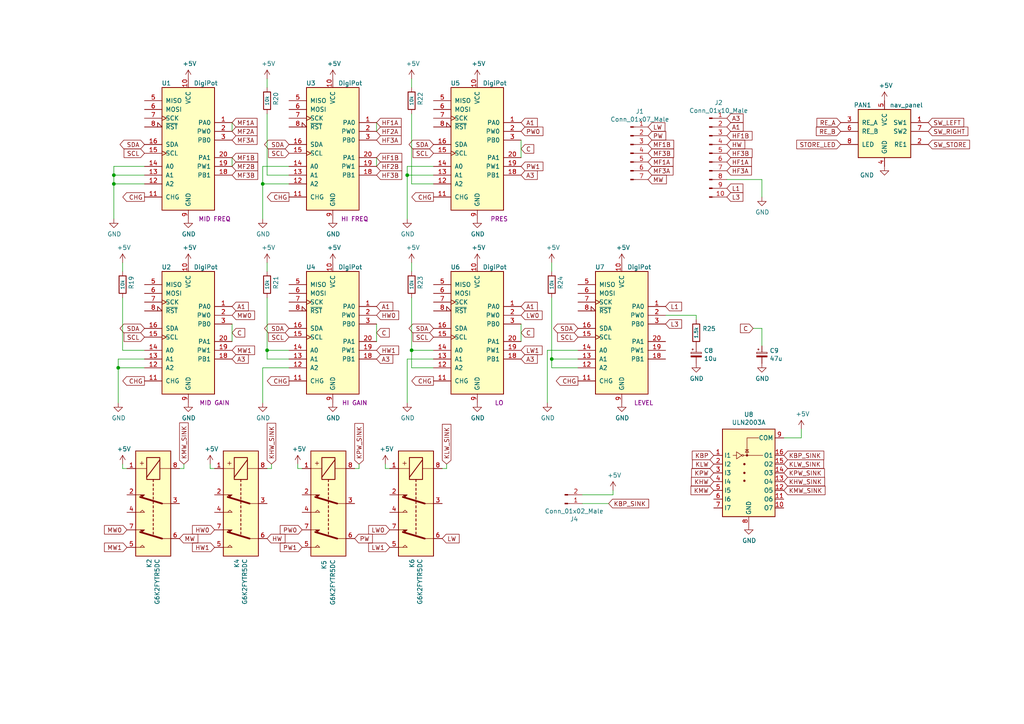
<source format=kicad_sch>
(kicad_sch (version 20230121) (generator eeschema)
  (paper "A4")
  (lib_symbols
    (symbol "Connector:Conn_01x02_Pin" (pin_names (offset 1.016) hide)
      (property "Reference" "J" (at 0 2.54 0))
      (property "Value" "Conn_01x02_Pin" (at 0 -5.08 0))
      (symbol "Conn_01x02_Pin_1_1"
        (polyline (pts (xy 1.27 -2.54) (xy 0.8636 -2.54)) (stroke (width 0.1524)))
        (polyline (pts (xy 1.27 0) (xy 0.8636 0)) (stroke (width 0.1524)))
        (rectangle (start 0.8636 -2.413) (end 0 -2.667) (stroke (width 0.1524)) (fill (type outline)))
        (rectangle (start 0.8636 0.127) (end 0 -0.127) (stroke (width 0.1524)) (fill (type outline)))
        (pin passive line (at 5.08 0 180) (length 3.81) (name "Pin_1") (number "1"))
        (pin passive line (at 5.08 -2.54 180) (length 3.81) (name "Pin_2") (number "2"))
      )
    )
    (symbol "Connector:Conn_01x07_Pin" (pin_names (offset 1.016) hide)
      (property "Reference" "J" (at 0 10.16 0))
      (property "Value" "Conn_01x07_Pin" (at 0 -10.16 0))
      (symbol "Conn_01x07_Pin_1_1"
        (polyline (pts (xy 1.27 -7.62) (xy 0.8636 -7.62)) (stroke (width 0.1524)))
        (polyline (pts (xy 1.27 -5.08) (xy 0.8636 -5.08)) (stroke (width 0.1524)))
        (polyline (pts (xy 1.27 -2.54) (xy 0.8636 -2.54)) (stroke (width 0.1524)))
        (polyline (pts (xy 1.27 0) (xy 0.8636 0)) (stroke (width 0.1524)))
        (polyline (pts (xy 1.27 2.54) (xy 0.8636 2.54)) (stroke (width 0.1524)))
        (polyline (pts (xy 1.27 5.08) (xy 0.8636 5.08)) (stroke (width 0.1524)))
        (polyline (pts (xy 1.27 7.62) (xy 0.8636 7.62)) (stroke (width 0.1524)))
        (rectangle (start 0.8636 -7.493) (end 0 -7.747) (stroke (width 0.1524)) (fill (type outline)))
        (rectangle (start 0.8636 -4.953) (end 0 -5.207) (stroke (width 0.1524)) (fill (type outline)))
        (rectangle (start 0.8636 -2.413) (end 0 -2.667) (stroke (width 0.1524)) (fill (type outline)))
        (rectangle (start 0.8636 0.127) (end 0 -0.127) (stroke (width 0.1524)) (fill (type outline)))
        (rectangle (start 0.8636 2.667) (end 0 2.413) (stroke (width 0.1524)) (fill (type outline)))
        (rectangle (start 0.8636 5.207) (end 0 4.953) (stroke (width 0.1524)) (fill (type outline)))
        (rectangle (start 0.8636 7.747) (end 0 7.493) (stroke (width 0.1524)) (fill (type outline)))
        (pin passive line (at 5.08 7.62 180) (length 3.81) (name "Pin_1") (number "1"))
        (pin passive line (at 5.08 5.08 180) (length 3.81) (name "Pin_2") (number "2"))
        (pin passive line (at 5.08 2.54 180) (length 3.81) (name "Pin_3") (number "3"))
        (pin passive line (at 5.08 0 180) (length 3.81) (name "Pin_4") (number "4"))
        (pin passive line (at 5.08 -2.54 180) (length 3.81) (name "Pin_5") (number "5"))
        (pin passive line (at 5.08 -5.08 180) (length 3.81) (name "Pin_6") (number "6"))
        (pin passive line (at 5.08 -7.62 180) (length 3.81) (name "Pin_7") (number "7"))
      )
    )
    (symbol "Connector:Conn_01x10_Pin" (pin_names (offset 1.016) hide)
      (property "Reference" "J" (at 0 12.7 0))
      (property "Value" "Conn_01x10_Pin" (at 0 -15.24 0))
      (symbol "Conn_01x10_Pin_1_1"
        (polyline (pts (xy 1.27 -12.7) (xy 0.8636 -12.7)) (stroke (width 0.1524)))
        (polyline (pts (xy 1.27 -10.16) (xy 0.8636 -10.16)) (stroke (width 0.1524)))
        (polyline (pts (xy 1.27 -7.62) (xy 0.8636 -7.62)) (stroke (width 0.1524)))
        (polyline (pts (xy 1.27 -5.08) (xy 0.8636 -5.08)) (stroke (width 0.1524)))
        (polyline (pts (xy 1.27 -2.54) (xy 0.8636 -2.54)) (stroke (width 0.1524)))
        (polyline (pts (xy 1.27 0) (xy 0.8636 0)) (stroke (width 0.1524)))
        (polyline (pts (xy 1.27 2.54) (xy 0.8636 2.54)) (stroke (width 0.1524)))
        (polyline (pts (xy 1.27 5.08) (xy 0.8636 5.08)) (stroke (width 0.1524)))
        (polyline (pts (xy 1.27 7.62) (xy 0.8636 7.62)) (stroke (width 0.1524)))
        (polyline (pts (xy 1.27 10.16) (xy 0.8636 10.16)) (stroke (width 0.1524)))
        (rectangle (start 0.8636 -12.573) (end 0 -12.827) (stroke (width 0.1524)) (fill (type outline)))
        (rectangle (start 0.8636 -10.033) (end 0 -10.287) (stroke (width 0.1524)) (fill (type outline)))
        (rectangle (start 0.8636 -7.493) (end 0 -7.747) (stroke (width 0.1524)) (fill (type outline)))
        (rectangle (start 0.8636 -4.953) (end 0 -5.207) (stroke (width 0.1524)) (fill (type outline)))
        (rectangle (start 0.8636 -2.413) (end 0 -2.667) (stroke (width 0.1524)) (fill (type outline)))
        (rectangle (start 0.8636 0.127) (end 0 -0.127) (stroke (width 0.1524)) (fill (type outline)))
        (rectangle (start 0.8636 2.667) (end 0 2.413) (stroke (width 0.1524)) (fill (type outline)))
        (rectangle (start 0.8636 5.207) (end 0 4.953) (stroke (width 0.1524)) (fill (type outline)))
        (rectangle (start 0.8636 7.747) (end 0 7.493) (stroke (width 0.1524)) (fill (type outline)))
        (rectangle (start 0.8636 10.287) (end 0 10.033) (stroke (width 0.1524)) (fill (type outline)))
        (pin passive line (at 5.08 10.16 180) (length 3.81) (name "Pin_1") (number "1"))
        (pin passive line (at 5.08 -12.7 180) (length 3.81) (name "Pin_10") (number "10"))
        (pin passive line (at 5.08 7.62 180) (length 3.81) (name "Pin_2") (number "2"))
        (pin passive line (at 5.08 5.08 180) (length 3.81) (name "Pin_3") (number "3"))
        (pin passive line (at 5.08 2.54 180) (length 3.81) (name "Pin_4") (number "4"))
        (pin passive line (at 5.08 0 180) (length 3.81) (name "Pin_5") (number "5"))
        (pin passive line (at 5.08 -2.54 180) (length 3.81) (name "Pin_6") (number "6"))
        (pin passive line (at 5.08 -5.08 180) (length 3.81) (name "Pin_7") (number "7"))
        (pin passive line (at 5.08 -7.62 180) (length 3.81) (name "Pin_8") (number "8"))
        (pin passive line (at 5.08 -10.16 180) (length 3.81) (name "Pin_9") (number "9"))
      )
    )
    (symbol "Device:C_Polarized_Small" (pin_numbers hide) (pin_names (offset 0.254) hide)
      (property "Reference" "C" (at 0.254 1.778 0))
      (property "Value" "C_Polarized_Small" (at 0.254 -2.032 0))
      (symbol "C_Polarized_Small_0_1"
        (rectangle (start -1.524 -0.3048) (end 1.524 -0.6858) (fill (type outline)))
        (rectangle (start -1.524 0.6858) (end 1.524 0.3048))
        (polyline (pts (xy -1.27 1.524) (xy -0.762 1.524)))
        (polyline (pts (xy -1.016 1.27) (xy -1.016 1.778)))
      )
      (symbol "C_Polarized_Small_1_1"
        (pin passive line (at 0 2.54 270) (length 1.8542) (name "~") (number "1"))
        (pin passive line (at 0 -2.54 90) (length 1.8542) (name "~") (number "2"))
      )
    )
    (symbol "Device:R" (pin_numbers hide) (pin_names (offset 0))
      (property "Reference" "R" (at 2.032 0 90))
      (property "Value" "R" (at 0 0 90))
      (symbol "R_0_1"
        (rectangle (start -1.016 -2.54) (end 1.016 2.54) (stroke (width 0.254)))
      )
      (symbol "R_1_1"
        (pin passive line (at 0 3.81 270) (length 1.27) (name "~") (number "1"))
        (pin passive line (at 0 -3.81 90) (length 1.27) (name "~") (number "2"))
      )
    )
    (symbol "DigiPot:DigiPot" (pin_names (offset 1.016))
      (property "Reference" "U" (at -7.62 19.05 0))
      (property "Value" "DigiPot" (at 2.54 19.05 0))
      (symbol "DigiPot_0_1"
        (rectangle (start -7.62 17.78) (end 7.62 -17.78) (stroke (width 0.254)) (fill (type background)))
      )
      (symbol "DigiPot_1_1"
        (pin passive line (at 12.7 7.62 180) (length 5.08) (name "PA0") (number "1"))
        (pin power_in line (at 0 20.32 270) (length 2.54) (name "VCC") (number "10"))
        (pin output line (at -12.7 -13.97 0) (length 5.08) (name "CHG") (number "11"))
        (pin input line (at -12.7 -10.16 0) (length 5.08) (name "A2") (number "12"))
        (pin input line (at -12.7 -7.62 0) (length 5.08) (name "A1") (number "13"))
        (pin input line (at -12.7 -5.08 0) (length 5.08) (name "A0") (number "14"))
        (pin input clock (at -12.7 -1.27 0) (length 5.08) (name "SCL") (number "15"))
        (pin input line (at -12.7 1.27 0) (length 5.08) (name "SDA") (number "16"))
        (pin passive line (at 12.7 -7.62 180) (length 5.08) (name "PB1") (number "18"))
        (pin passive line (at 12.7 -5.08 180) (length 5.08) (name "PW1") (number "19"))
        (pin passive line (at 12.7 5.08 180) (length 5.08) (name "PW0") (number "2"))
        (pin passive line (at 12.7 -2.54 180) (length 5.08) (name "PA1") (number "20"))
        (pin passive line (at 12.7 2.54 180) (length 5.08) (name "PB0") (number "3"))
        (pin output line (at -12.7 13.97 0) (length 5.08) (name "MISO") (number "5"))
        (pin input line (at -12.7 11.43 0) (length 5.08) (name "MOSI") (number "6"))
        (pin input clock (at -12.7 8.89 0) (length 5.08) (name "SCK") (number "7"))
        (pin input input_low (at -12.7 6.35 0) (length 5.08) (name "~{RST}") (number "8"))
        (pin power_in line (at 0 -20.32 90) (length 2.54) (name "GND") (number "9"))
      )
    )
    (symbol "Transistor_Array:ULN2003A"
      (property "Reference" "U" (at 0 15.875 0))
      (property "Value" "ULN2003A" (at 0 13.97 0))
      (symbol "ULN2003A_0_1"
        (rectangle (start -7.62 -12.7) (end 7.62 12.7) (stroke (width 0.254)) (fill (type background)))
        (circle (center -1.778 5.08) (radius 0.254))
        (circle (center -1.27 -2.286) (radius 0.254) (fill (type outline)))
        (circle (center -1.27 0) (radius 0.254) (fill (type outline)))
        (circle (center -1.27 2.54) (radius 0.254) (fill (type outline)))
        (circle (center -0.508 5.08) (radius 0.254) (fill (type outline)))
        (polyline (pts (xy -4.572 5.08) (xy -3.556 5.08)))
        (polyline (pts (xy -1.524 5.08) (xy 4.064 5.08)))
        (polyline (pts (xy 0 6.731) (xy -1.016 6.731)))
        (polyline (pts (xy -0.508 5.08) (xy -0.508 10.16) (xy 2.921 10.16)))
        (polyline (pts (xy -3.556 6.096) (xy -3.556 4.064) (xy -2.032 5.08) (xy -3.556 6.096)))
        (polyline (pts (xy 0 5.969) (xy -1.016 5.969) (xy -0.508 6.731) (xy 0 5.969)))
      )
      (symbol "ULN2003A_1_1"
        (pin input line (at -10.16 5.08 0) (length 2.54) (name "I1") (number "1"))
        (pin open_collector line (at 10.16 -10.16 180) (length 2.54) (name "O7") (number "10"))
        (pin open_collector line (at 10.16 -7.62 180) (length 2.54) (name "O6") (number "11"))
        (pin open_collector line (at 10.16 -5.08 180) (length 2.54) (name "O5") (number "12"))
        (pin open_collector line (at 10.16 -2.54 180) (length 2.54) (name "O4") (number "13"))
        (pin open_collector line (at 10.16 0 180) (length 2.54) (name "O3") (number "14"))
        (pin open_collector line (at 10.16 2.54 180) (length 2.54) (name "O2") (number "15"))
        (pin open_collector line (at 10.16 5.08 180) (length 2.54) (name "O1") (number "16"))
        (pin input line (at -10.16 2.54 0) (length 2.54) (name "I2") (number "2"))
        (pin input line (at -10.16 0 0) (length 2.54) (name "I3") (number "3"))
        (pin input line (at -10.16 -2.54 0) (length 2.54) (name "I4") (number "4"))
        (pin input line (at -10.16 -5.08 0) (length 2.54) (name "I5") (number "5"))
        (pin input line (at -10.16 -7.62 0) (length 2.54) (name "I6") (number "6"))
        (pin input line (at -10.16 -10.16 0) (length 2.54) (name "I7") (number "7"))
        (pin power_in line (at 0 -15.24 90) (length 2.54) (name "GND") (number "8"))
        (pin passive line (at 10.16 10.16 180) (length 2.54) (name "COM") (number "9"))
      )
    )
    (symbol "nav_panel:nav_panel" (pin_names (offset 1.016))
      (property "Reference" "PAN" (at -7.62 8.89 0))
      (property "Value" "nav_panel" (at 1.27 8.89 0))
      (symbol "nav_panel_0_1"
        (rectangle (start -7.62 7.62) (end 7.62 -6.35) (stroke (width 0.254)) (fill (type background)))
      )
      (symbol "nav_panel_1_1"
        (pin output line (at 12.7 3.81 180) (length 5.08) (name "SW1") (number "1"))
        (pin output line (at 12.7 -2.54 180) (length 5.08) (name "RE1") (number "2"))
        (pin output line (at -12.7 3.81 0) (length 5.08) (name "RE_A") (number "3"))
        (pin power_in line (at 0 -8.89 90) (length 2.54) (name "GND") (number "4"))
        (pin power_in line (at 0 10.16 270) (length 2.54) (name "VCC") (number "5"))
        (pin output line (at -12.7 1.27 0) (length 5.08) (name "RE_B") (number "6"))
        (pin output line (at 12.7 1.27 180) (length 5.08) (name "SW2") (number "7"))
        (pin input line (at -12.7 -2.54 0) (length 5.08) (name "LED") (number "8"))
      )
    )
    (symbol "power:+5V" (power) (pin_names (offset 0))
      (property "Value" "+5V" (at 0 3.556 0))
      (symbol "+5V_0_1"
        (polyline (pts (xy -0.762 1.27) (xy 0 2.54)))
        (polyline (pts (xy 0 0) (xy 0 2.54)))
        (polyline (pts (xy 0 2.54) (xy 0.762 1.27)))
      )
      (symbol "+5V_1_1"
        (pin power_in line (at 0 0 90) (length 0) hide (name "+5V") (number "1"))
      )
    )
    (symbol "power:GND" (power) (pin_names (offset 0))
      (property "Value" "GND" (at 0 -3.81 0))
      (symbol "GND_0_1"
        (polyline (pts (xy 0 0) (xy 0 -1.27) (xy 1.27 -1.27) (xy 0 -2.54) (xy -1.27 -1.27) (xy 0 -1.27)))
      )
      (symbol "GND_1_1"
        (pin power_in line (at 0 0 270) (length 0) hide (name "GND") (number "1"))
      )
    )
    (symbol "relay_omron_g6k-2:G6K-2" (pin_names (offset 1.016))
      (property "Reference" "K" (at 16.51 3.81 0))
      (property "Value" "G6K-2" (at 16.51 1.27 0))
      (symbol "G6K-2_0_0"
        (polyline (pts (xy -12.192 3.302) (xy -11.176 3.302)))
        (polyline (pts (xy -11.684 3.81) (xy -11.684 2.794)))
      )
      (symbol "G6K-2_0_1"
        (rectangle (start -15.24 5.08) (end 15.24 -5.08) (stroke (width 0.254)) (fill (type background)))
        (rectangle (start -13.335 1.905) (end -6.985 -1.905) (stroke (width 0.254)))
        (polyline (pts (xy -12.7 -1.905) (xy -7.62 1.905)) (stroke (width 0.254)))
        (polyline (pts (xy -10.16 -5.08) (xy -10.16 -1.905)))
        (polyline (pts (xy -10.16 5.08) (xy -10.16 1.905)))
        (polyline (pts (xy -6.985 0) (xy -6.35 0)) (stroke (width 0.254)))
        (polyline (pts (xy -5.715 0) (xy -5.08 0)) (stroke (width 0.254)))
        (polyline (pts (xy -4.445 0) (xy -3.81 0)) (stroke (width 0.254)))
        (polyline (pts (xy -3.175 0) (xy -2.54 0)) (stroke (width 0.254)))
        (polyline (pts (xy -2.54 2.54) (xy -2.54 5.08)))
        (polyline (pts (xy -1.905 0) (xy -1.27 0)) (stroke (width 0.254)))
        (polyline (pts (xy -0.635 0) (xy 0 0)) (stroke (width 0.254)))
        (polyline (pts (xy 0 -2.54) (xy -1.905 3.81)) (stroke (width 0.508)))
        (polyline (pts (xy 0 -2.54) (xy 0 -5.08)))
        (polyline (pts (xy 0.635 0) (xy 1.27 0)) (stroke (width 0.254)))
        (polyline (pts (xy 1.905 0) (xy 2.54 0)) (stroke (width 0.254)))
        (polyline (pts (xy 2.54 2.54) (xy 2.54 5.08)))
        (polyline (pts (xy 3.175 0) (xy 3.81 0)) (stroke (width 0.254)))
        (polyline (pts (xy 4.445 0) (xy 5.08 0)) (stroke (width 0.254)))
        (polyline (pts (xy 5.715 0) (xy 6.35 0)) (stroke (width 0.254)))
        (polyline (pts (xy 6.985 0) (xy 7.62 0)) (stroke (width 0.254)))
        (polyline (pts (xy 7.62 2.54) (xy 7.62 5.08)))
        (polyline (pts (xy 8.255 0) (xy 8.89 0)) (stroke (width 0.254)))
        (polyline (pts (xy 10.16 -2.54) (xy 8.255 3.81)) (stroke (width 0.508)))
        (polyline (pts (xy 10.16 -2.54) (xy 10.16 -5.08)))
        (polyline (pts (xy 12.7 2.54) (xy 12.7 5.08)))
        (polyline (pts (xy -2.54 2.54) (xy -1.905 3.175) (xy -2.54 3.81)) (fill (type outline)))
        (polyline (pts (xy 2.54 2.54) (xy 1.905 3.175) (xy 2.54 3.81)))
        (polyline (pts (xy 7.62 2.54) (xy 8.255 3.175) (xy 7.62 3.81)) (fill (type outline)))
        (polyline (pts (xy 12.7 2.54) (xy 12.065 3.175) (xy 12.7 3.81)))
      )
      (symbol "G6K-2_1_1"
        (pin passive line (at -10.16 7.62 270) (length 2.54) (name "~") (number "1"))
        (pin passive line (at -2.54 7.62 270) (length 2.54) (name "~") (number "2"))
        (pin passive line (at 0 -7.62 90) (length 2.54) (name "~") (number "3"))
        (pin passive line (at 2.54 7.62 270) (length 2.54) (name "~") (number "4"))
        (pin passive line (at 12.7 7.62 270) (length 2.54) (name "~") (number "5"))
        (pin passive line (at 10.16 -7.62 90) (length 2.54) (name "~") (number "6"))
        (pin passive line (at 7.62 7.62 270) (length 2.54) (name "~") (number "7"))
        (pin passive line (at -10.16 -7.62 90) (length 2.54) (name "~") (number "8"))
      )
    )
  )
  (junction (at 33.02 50.8))
  (junction (at 33.02 53.34))
  (junction (at 76.2 53.34))
  (junction (at 160.02 104.14))
  (junction (at 34.29 106.68))
  (junction (at 119.38 101.6))
  (junction (at 118.11 50.8))
  (junction (at 77.47 101.6))
  (wire (pts (xy 77.47 104.14) (xy 77.47 101.6)))
  (wire (pts (xy 119.38 101.6) (xy 119.38 106.68)))
  (wire (pts (xy 60.96 135.89) (xy 60.96 134.62)))
  (wire (pts (xy 118.11 48.26) (xy 118.11 50.8)))
  (wire (pts (xy 160.02 86.36) (xy 160.02 104.14)))
  (wire (pts (xy 125.73 53.34) (xy 119.38 53.34)))
  (wire (pts (xy 128.27 135.89) (xy 129.54 135.89)))
  (wire (pts (xy 125.73 48.26) (xy 118.11 48.26)))
  (wire (pts (xy 232.41 127) (xy 232.41 124.46)))
  (wire (pts (xy 210.82 52.07) (xy 220.98 52.07)))
  (wire (pts (xy 193.04 91.44) (xy 201.93 91.44)))
  (wire (pts (xy 111.76 134.62) (xy 111.76 135.89)))
  (wire (pts (xy 41.91 101.6) (xy 35.56 101.6)))
  (wire (pts (xy 109.22 45.72) (xy 109.22 48.26)))
  (wire (pts (xy 41.91 106.68) (xy 34.29 106.68)))
  (wire (pts (xy 52.07 135.89) (xy 53.34 135.89)))
  (wire (pts (xy 109.22 35.56) (xy 109.22 38.1)))
  (wire (pts (xy 160.02 104.14) (xy 160.02 106.68)))
  (wire (pts (xy 118.11 116.84) (xy 118.11 104.14)))
  (wire (pts (xy 77.47 86.36) (xy 77.47 101.6)))
  (wire (pts (xy 76.2 106.68) (xy 83.82 106.68)))
  (wire (pts (xy 33.02 50.8) (xy 33.02 53.34)))
  (wire (pts (xy 118.11 50.8) (xy 118.11 63.5)))
  (wire (pts (xy 77.47 76.2) (xy 77.47 78.74)))
  (wire (pts (xy 41.91 53.34) (xy 33.02 53.34)))
  (wire (pts (xy 109.22 99.06) (xy 109.22 93.98)))
  (wire (pts (xy 67.31 99.06) (xy 67.31 93.98)))
  (wire (pts (xy 83.82 50.8) (xy 77.47 50.8)))
  (wire (pts (xy 220.98 95.25) (xy 220.98 100.33)))
  (wire (pts (xy 34.29 116.84) (xy 34.29 106.68)))
  (wire (pts (xy 33.02 48.26) (xy 33.02 50.8)))
  (wire (pts (xy 220.98 52.07) (xy 220.98 57.15)))
  (wire (pts (xy 35.56 135.89) (xy 35.56 134.62)))
  (wire (pts (xy 62.23 135.89) (xy 60.96 135.89)))
  (wire (pts (xy 218.44 95.25) (xy 220.98 95.25)))
  (wire (pts (xy 53.34 135.89) (xy 53.34 134.62)))
  (wire (pts (xy 119.38 86.36) (xy 119.38 101.6)))
  (wire (pts (xy 151.13 40.64) (xy 151.13 45.72)))
  (wire (pts (xy 158.75 101.6) (xy 158.75 116.84)))
  (wire (pts (xy 76.2 116.84) (xy 76.2 106.68)))
  (wire (pts (xy 35.56 101.6) (xy 35.56 86.36)))
  (wire (pts (xy 41.91 50.8) (xy 33.02 50.8)))
  (wire (pts (xy 160.02 106.68) (xy 167.64 106.68)))
  (wire (pts (xy 83.82 53.34) (xy 76.2 53.34)))
  (wire (pts (xy 102.87 135.89) (xy 104.14 135.89)))
  (wire (pts (xy 83.82 104.14) (xy 77.47 104.14)))
  (wire (pts (xy 151.13 93.98) (xy 151.13 99.06)))
  (wire (pts (xy 129.54 135.89) (xy 129.54 134.62)))
  (wire (pts (xy 111.76 135.89) (xy 113.03 135.89)))
  (wire (pts (xy 67.31 35.56) (xy 67.31 38.1)))
  (wire (pts (xy 41.91 48.26) (xy 33.02 48.26)))
  (wire (pts (xy 119.38 33.02) (xy 119.38 53.34)))
  (wire (pts (xy 76.2 48.26) (xy 76.2 53.34)))
  (wire (pts (xy 77.47 101.6) (xy 83.82 101.6)))
  (wire (pts (xy 125.73 50.8) (xy 118.11 50.8)))
  (wire (pts (xy 36.83 135.89) (xy 35.56 135.89)))
  (wire (pts (xy 119.38 22.86) (xy 119.38 25.4)))
  (wire (pts (xy 160.02 104.14) (xy 167.64 104.14)))
  (wire (pts (xy 86.36 134.62) (xy 86.36 135.89)))
  (wire (pts (xy 168.91 146.05) (xy 176.53 146.05)))
  (wire (pts (xy 119.38 106.68) (xy 125.73 106.68)))
  (wire (pts (xy 167.64 101.6) (xy 158.75 101.6)))
  (wire (pts (xy 160.02 76.2) (xy 160.02 78.74)))
  (wire (pts (xy 227.33 127) (xy 232.41 127)))
  (wire (pts (xy 177.8 143.51) (xy 177.8 142.24)))
  (wire (pts (xy 34.29 104.14) (xy 41.91 104.14)))
  (wire (pts (xy 77.47 22.86) (xy 77.47 25.4)))
  (wire (pts (xy 168.91 143.51) (xy 177.8 143.51)))
  (wire (pts (xy 67.31 45.72) (xy 67.31 48.26)))
  (wire (pts (xy 33.02 53.34) (xy 33.02 63.5)))
  (wire (pts (xy 78.74 135.89) (xy 78.74 134.62)))
  (wire (pts (xy 119.38 101.6) (xy 125.73 101.6)))
  (wire (pts (xy 77.47 33.02) (xy 77.47 50.8)))
  (wire (pts (xy 34.29 106.68) (xy 34.29 104.14)))
  (wire (pts (xy 86.36 135.89) (xy 87.63 135.89)))
  (wire (pts (xy 83.82 48.26) (xy 76.2 48.26)))
  (wire (pts (xy 119.38 76.2) (xy 119.38 78.74)))
  (wire (pts (xy 77.47 135.89) (xy 78.74 135.89)))
  (wire (pts (xy 201.93 91.44) (xy 201.93 92.71)))
  (wire (pts (xy 104.14 135.89) (xy 104.14 134.62)))
  (wire (pts (xy 76.2 53.34) (xy 76.2 63.5)))
  (wire (pts (xy 118.11 104.14) (xy 125.73 104.14)))
  (wire (pts (xy 35.56 76.2) (xy 35.56 78.74)))
  (global_label "HF3B" (shape input) (at 210.82 44.45 0) (property "Intersheetrefs" "${INTERSHEET_REFS}" (effects hide)))
  (global_label "LW0" (shape input) (at 113.03 153.67 180) (property "Intersheetrefs" "${INTERSHEET_REFS}" (effects hide)))
  (global_label "C" (shape input) (at 67.31 96.52 0) (property "Intersheetrefs" "${INTERSHEET_REFS}" (effects hide)))
  (global_label "SDA" (shape bidirectional) (at 41.91 95.25 180) (property "Intersheetrefs" "${INTERSHEET_REFS}" (effects hide)))
  (global_label "SCL" (shape input) (at 83.82 44.45 180) (property "Intersheetrefs" "${INTERSHEET_REFS}" (effects hide)))
  (global_label "C" (shape input) (at 218.44 95.25 180) (property "Intersheetrefs" "${INTERSHEET_REFS}" (effects hide)))
  (global_label "A3" (shape input) (at 151.13 50.8 0) (property "Intersheetrefs" "${INTERSHEET_REFS}" (effects hide)))
  (global_label "KPW_SINK" (shape input) (at 104.14 134.62 90) (property "Intersheetrefs" "${INTERSHEET_REFS}" (effects hide)))
  (global_label "PW1" (shape input) (at 151.13 48.26 0) (property "Intersheetrefs" "${INTERSHEET_REFS}" (effects hide)))
  (global_label "CHG" (shape output) (at 167.64 110.49 180) (property "Intersheetrefs" "${INTERSHEET_REFS}" (effects hide)))
  (global_label "CHG" (shape output) (at 41.91 110.49 180) (property "Intersheetrefs" "${INTERSHEET_REFS}" (effects hide)))
  (global_label "SCL" (shape input) (at 125.73 44.45 180) (property "Intersheetrefs" "${INTERSHEET_REFS}" (effects hide)))
  (global_label "LW" (shape input) (at 128.27 156.21 0) (property "Intersheetrefs" "${INTERSHEET_REFS}" (effects hide)))
  (global_label "MW" (shape input) (at 52.07 156.21 0) (property "Intersheetrefs" "${INTERSHEET_REFS}" (effects hide)))
  (global_label "PW0" (shape input) (at 87.63 153.67 180) (property "Intersheetrefs" "${INTERSHEET_REFS}" (effects hide)))
  (global_label "SDA" (shape bidirectional) (at 125.73 41.91 180) (property "Intersheetrefs" "${INTERSHEET_REFS}" (effects hide)))
  (global_label "HW0" (shape input) (at 62.23 153.67 180) (property "Intersheetrefs" "${INTERSHEET_REFS}" (effects hide)))
  (global_label "A1" (shape input) (at 67.31 88.9 0) (property "Intersheetrefs" "${INTERSHEET_REFS}" (effects hide)))
  (global_label "KBP_SINK" (shape input) (at 227.33 132.08 0) (property "Intersheetrefs" "${INTERSHEET_REFS}" (effects hide)))
  (global_label "SDA" (shape bidirectional) (at 167.64 95.25 180) (property "Intersheetrefs" "${INTERSHEET_REFS}" (effects hide)))
  (global_label "A3" (shape input) (at 210.82 34.29 0) (property "Intersheetrefs" "${INTERSHEET_REFS}" (effects hide)))
  (global_label "A3" (shape input) (at 109.22 104.14 0) (property "Intersheetrefs" "${INTERSHEET_REFS}" (effects hide)))
  (global_label "SCL" (shape input) (at 41.91 97.79 180) (property "Intersheetrefs" "${INTERSHEET_REFS}" (effects hide)))
  (global_label "LW0" (shape input) (at 151.13 91.44 0) (property "Intersheetrefs" "${INTERSHEET_REFS}" (effects hide)))
  (global_label "MW1" (shape input) (at 36.83 158.75 180) (property "Intersheetrefs" "${INTERSHEET_REFS}" (effects hide)))
  (global_label "LW1" (shape input) (at 151.13 101.6 0) (property "Intersheetrefs" "${INTERSHEET_REFS}" (effects hide)))
  (global_label "MF1A" (shape input) (at 67.31 35.56 0) (property "Intersheetrefs" "${INTERSHEET_REFS}" (effects hide)))
  (global_label "MF1B" (shape input) (at 187.96 41.91 0) (property "Intersheetrefs" "${INTERSHEET_REFS}" (effects hide)))
  (global_label "A1" (shape input) (at 109.22 88.9 0) (property "Intersheetrefs" "${INTERSHEET_REFS}" (effects hide)))
  (global_label "KHW_SINK" (shape input) (at 227.33 139.7 0) (property "Intersheetrefs" "${INTERSHEET_REFS}" (effects hide)))
  (global_label "HF2A" (shape input) (at 109.22 38.1 0) (property "Intersheetrefs" "${INTERSHEET_REFS}" (effects hide)))
  (global_label "A1" (shape input) (at 151.13 88.9 0) (property "Intersheetrefs" "${INTERSHEET_REFS}" (effects hide)))
  (global_label "MW0" (shape input) (at 67.31 91.44 0) (property "Intersheetrefs" "${INTERSHEET_REFS}" (effects hide)))
  (global_label "MF3A" (shape input) (at 67.31 40.64 0) (property "Intersheetrefs" "${INTERSHEET_REFS}" (effects hide)))
  (global_label "LW1" (shape input) (at 113.03 158.75 180) (property "Intersheetrefs" "${INTERSHEET_REFS}" (effects hide)))
  (global_label "A1" (shape input) (at 151.13 35.56 0) (property "Intersheetrefs" "${INTERSHEET_REFS}" (effects hide)))
  (global_label "KLW_SINK" (shape input) (at 129.54 134.62 90) (property "Intersheetrefs" "${INTERSHEET_REFS}" (effects hide)))
  (global_label "MF3A" (shape input) (at 187.96 49.53 0) (property "Intersheetrefs" "${INTERSHEET_REFS}" (effects hide)))
  (global_label "KMW_SINK" (shape input) (at 227.33 142.24 0) (property "Intersheetrefs" "${INTERSHEET_REFS}" (effects hide)))
  (global_label "HW1" (shape input) (at 62.23 158.75 180) (property "Intersheetrefs" "${INTERSHEET_REFS}" (effects hide)))
  (global_label "LW" (shape input) (at 187.96 36.83 0) (property "Intersheetrefs" "${INTERSHEET_REFS}" (effects hide)))
  (global_label "HW" (shape input) (at 77.47 156.21 0) (property "Intersheetrefs" "${INTERSHEET_REFS}" (effects hide)))
  (global_label "SCL" (shape input) (at 41.91 44.45 180) (property "Intersheetrefs" "${INTERSHEET_REFS}" (effects hide)))
  (global_label "MF1B" (shape input) (at 67.31 45.72 0) (property "Intersheetrefs" "${INTERSHEET_REFS}" (effects hide)))
  (global_label "SW_LEFT" (shape input) (at 269.24 35.56 0) (property "Intersheetrefs" "${INTERSHEET_REFS}" (effects hide)))
  (global_label "KBP_SINK" (shape input) (at 176.53 146.05 0) (property "Intersheetrefs" "${INTERSHEET_REFS}" (effects hide)))
  (global_label "HF3A" (shape input) (at 109.22 40.64 0) (property "Intersheetrefs" "${INTERSHEET_REFS}" (effects hide)))
  (global_label "HW1" (shape input) (at 109.22 101.6 0) (property "Intersheetrefs" "${INTERSHEET_REFS}" (effects hide)))
  (global_label "MF2B" (shape input) (at 67.31 48.26 0) (property "Intersheetrefs" "${INTERSHEET_REFS}" (effects hide)))
  (global_label "HF2B" (shape input) (at 109.22 48.26 0) (property "Intersheetrefs" "${INTERSHEET_REFS}" (effects hide)))
  (global_label "PW0" (shape input) (at 151.13 38.1 0) (property "Intersheetrefs" "${INTERSHEET_REFS}" (effects hide)))
  (global_label "HW0" (shape input) (at 109.22 91.44 0) (property "Intersheetrefs" "${INTERSHEET_REFS}" (effects hide)))
  (global_label "CHG" (shape output) (at 125.73 57.15 180) (property "Intersheetrefs" "${INTERSHEET_REFS}" (effects hide)))
  (global_label "SCL" (shape input) (at 167.64 97.79 180) (property "Intersheetrefs" "${INTERSHEET_REFS}" (effects hide)))
  (global_label "L1" (shape input) (at 210.82 54.61 0) (property "Intersheetrefs" "${INTERSHEET_REFS}" (effects hide)))
  (global_label "SCL" (shape input) (at 83.82 97.79 180) (property "Intersheetrefs" "${INTERSHEET_REFS}" (effects hide)))
  (global_label "SCL" (shape input) (at 125.73 97.79 180) (property "Intersheetrefs" "${INTERSHEET_REFS}" (effects hide)))
  (global_label "RE_B" (shape input) (at 243.84 38.1 180) (property "Intersheetrefs" "${INTERSHEET_REFS}" (effects hide)))
  (global_label "KPW" (shape input) (at 207.01 137.16 180) (property "Intersheetrefs" "${INTERSHEET_REFS}" (effects hide)))
  (global_label "PW1" (shape input) (at 87.63 158.75 180) (property "Intersheetrefs" "${INTERSHEET_REFS}" (effects hide)))
  (global_label "PW" (shape input) (at 102.87 156.21 0) (property "Intersheetrefs" "${INTERSHEET_REFS}" (effects hide)))
  (global_label "CHG" (shape output) (at 83.82 110.49 180) (property "Intersheetrefs" "${INTERSHEET_REFS}" (effects hide)))
  (global_label "CHG" (shape output) (at 41.91 57.15 180) (property "Intersheetrefs" "${INTERSHEET_REFS}" (effects hide)))
  (global_label "STORE_LED" (shape input) (at 243.84 41.91 180) (property "Intersheetrefs" "${INTERSHEET_REFS}" (effects hide)))
  (global_label "HF1A" (shape input) (at 109.22 35.56 0) (property "Intersheetrefs" "${INTERSHEET_REFS}" (effects hide)))
  (global_label "HF3A" (shape input) (at 210.82 49.53 0) (property "Intersheetrefs" "${INTERSHEET_REFS}" (effects hide)))
  (global_label "KLW_SINK" (shape input) (at 227.33 134.62 0) (property "Intersheetrefs" "${INTERSHEET_REFS}" (effects hide)))
  (global_label "SDA" (shape bidirectional) (at 125.73 95.25 180) (property "Intersheetrefs" "${INTERSHEET_REFS}" (effects hide)))
  (global_label "HW" (shape input) (at 210.82 41.91 0) (property "Intersheetrefs" "${INTERSHEET_REFS}" (effects hide)))
  (global_label "KMW_SINK" (shape input) (at 53.34 134.62 90) (property "Intersheetrefs" "${INTERSHEET_REFS}" (effects hide)))
  (global_label "MW0" (shape input) (at 36.83 153.67 180) (property "Intersheetrefs" "${INTERSHEET_REFS}" (effects hide)))
  (global_label "KPW_SINK" (shape input) (at 227.33 137.16 0) (property "Intersheetrefs" "${INTERSHEET_REFS}" (effects hide)))
  (global_label "SDA" (shape bidirectional) (at 83.82 95.25 180) (property "Intersheetrefs" "${INTERSHEET_REFS}" (effects hide)))
  (global_label "HF1B" (shape input) (at 109.22 45.72 0) (property "Intersheetrefs" "${INTERSHEET_REFS}" (effects hide)))
  (global_label "A1" (shape input) (at 210.82 36.83 0) (property "Intersheetrefs" "${INTERSHEET_REFS}" (effects hide)))
  (global_label "KHW" (shape input) (at 207.01 139.7 180) (property "Intersheetrefs" "${INTERSHEET_REFS}" (effects hide)))
  (global_label "HF1B" (shape input) (at 210.82 39.37 0) (property "Intersheetrefs" "${INTERSHEET_REFS}" (effects hide)))
  (global_label "L3" (shape input) (at 210.82 57.15 0) (property "Intersheetrefs" "${INTERSHEET_REFS}" (effects hide)))
  (global_label "SW_STORE" (shape input) (at 269.24 41.91 0) (property "Intersheetrefs" "${INTERSHEET_REFS}" (effects hide)))
  (global_label "HF3B" (shape input) (at 109.22 50.8 0) (property "Intersheetrefs" "${INTERSHEET_REFS}" (effects hide)))
  (global_label "C" (shape input) (at 151.13 96.52 0) (property "Intersheetrefs" "${INTERSHEET_REFS}" (effects hide)))
  (global_label "KHW_SINK" (shape input) (at 78.74 134.62 90) (property "Intersheetrefs" "${INTERSHEET_REFS}" (effects hide)))
  (global_label "SDA" (shape bidirectional) (at 83.82 41.91 180) (property "Intersheetrefs" "${INTERSHEET_REFS}" (effects hide)))
  (global_label "MW" (shape input) (at 187.96 52.07 0) (property "Intersheetrefs" "${INTERSHEET_REFS}" (effects hide)))
  (global_label "C" (shape input) (at 109.22 96.52 0) (property "Intersheetrefs" "${INTERSHEET_REFS}" (effects hide)))
  (global_label "CHG" (shape output) (at 83.82 57.15 180) (property "Intersheetrefs" "${INTERSHEET_REFS}" (effects hide)))
  (global_label "KMW" (shape input) (at 207.01 142.24 180) (property "Intersheetrefs" "${INTERSHEET_REFS}" (effects hide)))
  (global_label "L1" (shape input) (at 193.04 88.9 0) (property "Intersheetrefs" "${INTERSHEET_REFS}" (effects hide)))
  (global_label "SW_RIGHT" (shape input) (at 269.24 38.1 0) (property "Intersheetrefs" "${INTERSHEET_REFS}" (effects hide)))
  (global_label "MF3B" (shape input) (at 187.96 44.45 0) (property "Intersheetrefs" "${INTERSHEET_REFS}" (effects hide)))
  (global_label "MF1A" (shape input) (at 187.96 46.99 0) (property "Intersheetrefs" "${INTERSHEET_REFS}" (effects hide)))
  (global_label "SDA" (shape bidirectional) (at 41.91 41.91 180) (property "Intersheetrefs" "${INTERSHEET_REFS}" (effects hide)))
  (global_label "HF1A" (shape input) (at 210.82 46.99 0) (property "Intersheetrefs" "${INTERSHEET_REFS}" (effects hide)))
  (global_label "A3" (shape input) (at 151.13 104.14 0) (property "Intersheetrefs" "${INTERSHEET_REFS}" (effects hide)))
  (global_label "MF2A" (shape input) (at 67.31 38.1 0) (property "Intersheetrefs" "${INTERSHEET_REFS}" (effects hide)))
  (global_label "CHG" (shape output) (at 125.73 110.49 180) (property "Intersheetrefs" "${INTERSHEET_REFS}" (effects hide)))
  (global_label "A3" (shape input) (at 67.31 104.14 0) (property "Intersheetrefs" "${INTERSHEET_REFS}" (effects hide)))
  (global_label "RE_A" (shape input) (at 243.84 35.56 180) (property "Intersheetrefs" "${INTERSHEET_REFS}" (effects hide)))
  (global_label "KLW" (shape input) (at 207.01 134.62 180) (property "Intersheetrefs" "${INTERSHEET_REFS}" (effects hide)))
  (global_label "KBP" (shape input) (at 207.01 132.08 180) (property "Intersheetrefs" "${INTERSHEET_REFS}" (effects hide)))
  (global_label "PW" (shape input) (at 187.96 39.37 0) (property "Intersheetrefs" "${INTERSHEET_REFS}" (effects hide)))
  (global_label "L3" (shape input) (at 193.04 93.98 0) (property "Intersheetrefs" "${INTERSHEET_REFS}" (effects hide)))
  (global_label "MF3B" (shape input) (at 67.31 50.8 0) (property "Intersheetrefs" "${INTERSHEET_REFS}" (effects hide)))
  (global_label "C" (shape input) (at 151.13 43.18 0) (property "Intersheetrefs" "${INTERSHEET_REFS}" (effects hide)))
  (global_label "MW1" (shape input) (at 67.31 101.6 0) (property "Intersheetrefs" "${INTERSHEET_REFS}" (effects hide)))
  (symbol (lib_id "DigiPot:DigiPot") (at 54.61 43.18 0) (unit 1)
    (property "Reference" "U1" (at 48.26 24.13 0))
    (property "Value" "DigiPot" (at 59.69 24.13 0))
    (property "Footprint" "DigiPot:DigiPot_Vertical_SMD" (effects hide))
    (property "Label" "MID FREQ" (at 62.23 63.5 0))
  )
  (symbol (lib_id "DigiPot:DigiPot") (at 96.52 43.18 0) (unit 1)
    (property "Reference" "U3" (at 90.17 24.13 0))
    (property "Value" "DigiPot" (at 101.6 24.13 0))
    (property "Footprint" "DigiPot:DigiPot_Vertical_SMD" (effects hide))
    (property "Label" "HI FREQ" (at 102.87 63.5 0))
  )
  (symbol (lib_id "DigiPot:DigiPot") (at 138.43 43.18 0) (unit 1)
    (property "Reference" "U5" (at 132.08 24.13 0))
    (property "Value" "DigiPot" (at 143.51 24.13 0))
    (property "Footprint" "DigiPot:DigiPot_Vertical_SMD" (effects hide))
    (property "Label" "PRES" (at 144.78 63.5 0))
  )
  (symbol (lib_id "power:GND") (at 138.43 63.5 0) (unit 1)
    (property "Reference" "#PWR0101" (effects hide))
    (property "Value" "GND" (at 138.557 67.8942 0))
  )
  (symbol (lib_id "power:GND") (at 96.52 63.5 0) (unit 1)
    (property "Reference" "#PWR0102" (effects hide))
    (property "Value" "GND" (at 96.647 67.8942 0))
  )
  (symbol (lib_id "power:GND") (at 54.61 63.5 0) (unit 1)
    (property "Reference" "#PWR0103" (effects hide))
    (property "Value" "GND" (at 54.737 67.8942 0))
  )
  (symbol (lib_id "power:+5V") (at 54.61 22.86 0) (unit 1)
    (property "Reference" "#PWR0104" (effects hide))
    (property "Value" "+5V" (at 54.991 18.4658 0))
  )
  (symbol (lib_id "power:+5V") (at 96.52 22.86 0) (unit 1)
    (property "Reference" "#PWR0105" (effects hide))
    (property "Value" "+5V" (at 96.901 18.4658 0))
  )
  (symbol (lib_id "power:+5V") (at 138.43 22.86 0) (unit 1)
    (property "Reference" "#PWR0106" (effects hide))
    (property "Value" "+5V" (at 138.811 18.4658 0))
  )
  (symbol (lib_id "DigiPot:DigiPot") (at 54.61 96.52 0) (unit 1)
    (property "Reference" "U2" (at 48.26 77.47 0))
    (property "Value" "DigiPot" (at 59.69 77.47 0))
    (property "Footprint" "DigiPot:DigiPot_Vertical_SMD" (effects hide))
    (property "Label" "MID GAIN" (at 62.23 116.84 0))
  )
  (symbol (lib_id "DigiPot:DigiPot") (at 96.52 96.52 0) (unit 1)
    (property "Reference" "U4" (at 90.17 77.47 0))
    (property "Value" "DigiPot" (at 101.6 77.47 0))
    (property "Footprint" "DigiPot:DigiPot_Vertical_SMD" (effects hide))
    (property "Label" "HI GAIN" (at 102.87 116.84 0))
  )
  (symbol (lib_id "DigiPot:DigiPot") (at 138.43 96.52 0) (unit 1)
    (property "Reference" "U6" (at 132.08 77.47 0))
    (property "Value" "DigiPot" (at 143.51 77.47 0))
    (property "Footprint" "DigiPot:DigiPot_Vertical_SMD" (effects hide))
    (property "Label" "LO" (at 144.78 116.84 0))
  )
  (symbol (lib_id "DigiPot:DigiPot") (at 180.34 96.52 0) (unit 1)
    (property "Reference" "U7" (at 173.99 77.47 0))
    (property "Value" "DigiPot" (at 185.42 77.47 0))
    (property "Footprint" "DigiPot:DigiPot_Vertical_SMD" (effects hide))
    (property "Label" "LEVEL" (at 186.69 116.84 0))
  )
  (symbol (lib_id "power:GND") (at 180.34 116.84 0) (unit 1)
    (property "Reference" "#PWR0107" (effects hide))
    (property "Value" "GND" (at 180.467 121.2342 0))
  )
  (symbol (lib_id "power:GND") (at 138.43 116.84 0) (unit 1)
    (property "Reference" "#PWR0108" (effects hide))
    (property "Value" "GND" (at 138.557 121.2342 0))
  )
  (symbol (lib_id "power:GND") (at 96.52 116.84 0) (unit 1)
    (property "Reference" "#PWR0109" (effects hide))
    (property "Value" "GND" (at 96.647 121.2342 0))
  )
  (symbol (lib_id "power:GND") (at 54.61 116.84 0) (unit 1)
    (property "Reference" "#PWR0110" (effects hide))
    (property "Value" "GND" (at 54.737 121.2342 0))
  )
  (symbol (lib_id "power:+5V") (at 54.61 76.2 0) (unit 1)
    (property "Reference" "#PWR0111" (effects hide))
    (property "Value" "+5V" (at 54.991 71.8058 0))
  )
  (symbol (lib_id "power:+5V") (at 96.52 76.2 0) (unit 1)
    (property "Reference" "#PWR0112" (effects hide))
    (property "Value" "+5V" (at 96.901 71.8058 0))
  )
  (symbol (lib_id "power:+5V") (at 138.43 76.2 0) (unit 1)
    (property "Reference" "#PWR0113" (effects hide))
    (property "Value" "+5V" (at 138.811 71.8058 0))
  )
  (symbol (lib_id "power:+5V") (at 180.34 76.2 0) (unit 1)
    (property "Reference" "#PWR0114" (effects hide))
    (property "Value" "+5V" (at 180.721 71.8058 0))
  )
  (symbol (lib_id "relay_omron_g6k-2:G6K-2") (at 95.25 146.05 90) (mirror x) (unit 1)
    (property "Reference" "K5" (at 93.98 163.83 0))
    (property "Value" "G6K2FYTR5DC" (at 96.52 168.91 0))
    (property "Footprint" "Relay_SMD:Relay_DPDT_Omron_G6K-2F-Y" (effects hide))
    (property "Datasheet" "http://cdn-reichelt.de/documents/datenblatt/C300/G6H%23OMR.pdf" (effects hide))
  )
  (symbol (lib_id "relay_omron_g6k-2:G6K-2") (at 120.65 146.05 90) (mirror x) (unit 1)
    (property "Reference" "K6" (at 119.4816 162.052 0) (effects (justify left)))
    (property "Value" "G6K2FYTR5DC" (at 121.793 162.052 0) (effects (justify left)))
    (property "Footprint" "Relay_SMD:Relay_DPDT_Omron_G6K-2F-Y" (effects hide))
    (property "Datasheet" "http://cdn-reichelt.de/documents/datenblatt/C300/G6H%23OMR.pdf" (effects hide))
  )
  (symbol (lib_id "relay_omron_g6k-2:G6K-2") (at 69.85 146.05 90) (mirror x) (unit 1)
    (property "Reference" "K4" (at 68.6816 162.052 0) (effects (justify left)))
    (property "Value" "G6K2FYTR5DC" (at 70.993 162.052 0) (effects (justify left)))
    (property "Footprint" "Relay_SMD:Relay_DPDT_Omron_G6K-2F-Y" (effects hide))
    (property "Datasheet" "http://cdn-reichelt.de/documents/datenblatt/C300/G6H%23OMR.pdf" (effects hide))
  )
  (symbol (lib_id "relay_omron_g6k-2:G6K-2") (at 44.45 146.05 90) (mirror x) (unit 1)
    (property "Reference" "K2" (at 43.2816 162.052 0) (effects (justify left)))
    (property "Value" "G6K2FYTR5DC" (at 45.593 162.052 0) (effects (justify left)))
    (property "Footprint" "Relay_SMD:Relay_DPDT_Omron_G6K-2F-Y" (effects hide))
    (property "Datasheet" "http://cdn-reichelt.de/documents/datenblatt/C300/G6H%23OMR.pdf" (effects hide))
  )
  (symbol (lib_id "Transistor_Array:ULN2003A") (at 217.17 137.16 0) (unit 1)
    (property "Reference" "U8" (at 217.17 120.2182 0))
    (property "Value" "ULN2003A" (at 217.17 122.5296 0))
    (property "Footprint" "Package_SO:SOIC-16_3.9x9.9mm_P1.27mm" (effects hide))
    (property "Datasheet" "http://www.ti.com/lit/ds/symlink/uln2003a.pdf" (effects hide))
  )
  (symbol (lib_id "power:GND") (at 217.17 152.4 0) (unit 1)
    (property "Reference" "#PWR0124" (effects hide))
    (property "Value" "GND" (at 217.297 156.7942 0))
  )
  (symbol (lib_id "power:+5V") (at 177.8 142.24 0) (unit 1)
    (property "Reference" "#PWR0126" (effects hide))
    (property "Value" "+5V" (at 178.181 137.8458 0))
  )
  (symbol (lib_id "power:+5V") (at 111.76 134.62 0) (unit 1)
    (property "Reference" "#PWR0127" (effects hide))
    (property "Value" "+5V" (at 112.141 130.2258 0))
  )
  (symbol (lib_id "power:+5V") (at 60.96 134.62 0) (unit 1)
    (property "Reference" "#PWR0128" (effects hide))
    (property "Value" "+5V" (at 61.341 130.2258 0))
  )
  (symbol (lib_id "power:+5V") (at 35.56 134.62 0) (unit 1)
    (property "Reference" "#PWR0129" (effects hide))
    (property "Value" "+5V" (at 35.941 130.2258 0))
  )
  (symbol (lib_id "power:+5V") (at 86.36 134.62 0) (unit 1)
    (property "Reference" "#PWR0130" (effects hide))
    (property "Value" "+5V" (at 86.741 130.2258 0))
  )
  (symbol (lib_id "Connector:Conn_01x10_Pin") (at 205.74 44.45 0) (unit 1)
    (property "Reference" "J2" (at 208.4324 29.7688 0))
    (property "Value" "Conn_01x10_Male" (at 208.4324 32.0802 0))
    (property "Footprint" "Connector_JST:JST_PH_B10B-PH-K_1x10_P2.00mm_Vertical" (effects hide))
  )
  (symbol (lib_id "Connector:Conn_01x07_Pin") (at 182.88 44.45 0) (unit 1)
    (property "Reference" "J1" (at 185.5724 32.3088 0))
    (property "Value" "Conn_01x07_Male" (at 185.5724 34.6202 0))
    (property "Footprint" "Connector_JST:JST_PH_B7B-PH-K_1x07_P2.00mm_Vertical" (effects hide))
  )
  (symbol (lib_id "power:GND") (at 220.98 57.15 0) (unit 1)
    (property "Reference" "#PWR0163" (effects hide))
    (property "Value" "GND" (at 221.107 61.5442 0))
  )
  (symbol (lib_id "power:GND") (at 33.02 63.5 0) (unit 1)
    (property "Reference" "#PWR0164" (effects hide))
    (property "Value" "GND" (at 33.147 67.8942 0))
  )
  (symbol (lib_id "power:GND") (at 76.2 63.5 0) (unit 1)
    (property "Reference" "#PWR0165" (effects hide))
    (property "Value" "GND" (at 76.327 67.8942 0))
  )
  (symbol (lib_id "Device:R") (at 77.47 29.21 180) (unit 1)
    (property "Reference" "R20" (at 80.01 26.67 90) (effects (justify left)))
    (property "Value" "10k" (at 77.47 29.21 90) (effects (font (size 0.9906 0.9906))))
    (property "Footprint" "Resistor_SMD:R_0805_2012Metric_Pad1.15x1.40mm_HandSolder" (effects hide))
  )
  (symbol (lib_id "power:+5V") (at 77.47 22.86 0) (unit 1)
    (property "Reference" "#PWR0166" (effects hide))
    (property "Value" "+5V" (at 77.851 18.4658 0))
  )
  (symbol (lib_id "Device:R") (at 119.38 29.21 180) (unit 1)
    (property "Reference" "R22" (at 121.92 26.67 90) (effects (justify left)))
    (property "Value" "10k" (at 119.38 29.21 90) (effects (font (size 0.9906 0.9906))))
    (property "Footprint" "Resistor_SMD:R_0805_2012Metric_Pad1.15x1.40mm_HandSolder" (effects hide))
  )
  (symbol (lib_id "power:GND") (at 118.11 63.5 0) (unit 1)
    (property "Reference" "#PWR0167" (effects hide))
    (property "Value" "GND" (at 118.237 67.8942 0))
  )
  (symbol (lib_id "power:+5V") (at 119.38 22.86 0) (unit 1)
    (property "Reference" "#PWR0168" (effects hide))
    (property "Value" "+5V" (at 119.761 18.4658 0))
  )
  (symbol (lib_id "power:+5V") (at 35.56 76.2 0) (unit 1)
    (property "Reference" "#PWR0169" (effects hide))
    (property "Value" "+5V" (at 35.941 71.8058 0))
  )
  (symbol (lib_id "Device:R") (at 35.56 82.55 180) (unit 1)
    (property "Reference" "R19" (at 38.1 80.01 90) (effects (justify left)))
    (property "Value" "10k" (at 35.56 82.55 90) (effects (font (size 0.9906 0.9906))))
    (property "Footprint" "Resistor_SMD:R_0805_2012Metric_Pad1.15x1.40mm_HandSolder" (effects hide))
  )
  (symbol (lib_id "power:GND") (at 34.29 116.84 0) (unit 1)
    (property "Reference" "#PWR0170" (effects hide))
    (property "Value" "GND" (at 34.417 121.2342 0))
  )
  (symbol (lib_id "power:+5V") (at 77.47 76.2 0) (unit 1)
    (property "Reference" "#PWR0171" (effects hide))
    (property "Value" "+5V" (at 77.851 71.8058 0))
  )
  (symbol (lib_id "Device:R") (at 77.47 82.55 180) (unit 1)
    (property "Reference" "R21" (at 80.01 80.01 90) (effects (justify left)))
    (property "Value" "10k" (at 77.47 82.55 90) (effects (font (size 0.9906 0.9906))))
    (property "Footprint" "Resistor_SMD:R_0805_2012Metric_Pad1.15x1.40mm_HandSolder" (effects hide))
  )
  (symbol (lib_id "power:GND") (at 76.2 116.84 0) (unit 1)
    (property "Reference" "#PWR0172" (effects hide))
    (property "Value" "GND" (at 76.327 121.2342 0))
  )
  (symbol (lib_id "Device:C_Polarized_Small") (at 220.98 102.87 0) (unit 1)
    (property "Reference" "C9" (at 223.2152 101.7016 0) (effects (justify left)))
    (property "Value" "47u" (at 223.2152 104.013 0) (effects (justify left)))
    (property "Footprint" "Capacitor_THT:CP_Radial_D5.0mm_P2.50mm" (effects hide))
  )
  (symbol (lib_id "power:GND") (at 220.98 105.41 0) (unit 1)
    (property "Reference" "#PWR0123" (effects hide))
    (property "Value" "GND" (at 221.107 109.8042 0))
  )
  (symbol (lib_id "power:GND") (at 118.11 116.84 0) (unit 1)
    (property "Reference" "#PWR0173" (effects hide))
    (property "Value" "GND" (at 118.237 121.2342 0))
  )
  (symbol (lib_id "power:+5V") (at 119.38 76.2 0) (unit 1)
    (property "Reference" "#PWR0174" (effects hide))
    (property "Value" "+5V" (at 119.761 71.8058 0))
  )
  (symbol (lib_id "Device:R") (at 119.38 82.55 180) (unit 1)
    (property "Reference" "R23" (at 121.92 80.01 90) (effects (justify left)))
    (property "Value" "10k" (at 119.38 82.55 90) (effects (font (size 0.9906 0.9906))))
    (property "Footprint" "Resistor_SMD:R_0805_2012Metric_Pad1.15x1.40mm_HandSolder" (effects hide))
  )
  (symbol (lib_id "power:+5V") (at 160.02 76.2 0) (unit 1)
    (property "Reference" "#PWR0175" (effects hide))
    (property "Value" "+5V" (at 160.401 71.8058 0))
  )
  (symbol (lib_id "Device:R") (at 160.02 82.55 180) (unit 1)
    (property "Reference" "R24" (at 162.56 80.01 90) (effects (justify left)))
    (property "Value" "10k" (at 160.02 82.55 90) (effects (font (size 0.9906 0.9906))))
    (property "Footprint" "Resistor_SMD:R_0805_2012Metric_Pad1.15x1.40mm_HandSolder" (effects hide))
  )
  (symbol (lib_id "power:GND") (at 158.75 116.84 0) (unit 1)
    (property "Reference" "#PWR0176" (effects hide))
    (property "Value" "GND" (at 158.877 121.2342 0))
  )
  (symbol (lib_id "Device:R") (at 201.93 96.52 0) (unit 1)
    (property "Reference" "R25" (at 203.708 95.3516 0) (effects (justify left)))
    (property "Value" "1.5k" (at 201.93 96.52 90) (effects (font (size 0.9906 0.9906))))
    (property "Footprint" "Resistor_SMD:R_0805_2012Metric_Pad1.15x1.40mm_HandSolder" (effects hide))
  )
  (symbol (lib_id "Device:C_Polarized_Small") (at 201.93 102.87 0) (unit 1)
    (property "Reference" "C8" (at 204.1652 101.7016 0) (effects (justify left)))
    (property "Value" "10u" (at 204.1652 104.013 0) (effects (justify left)))
    (property "Footprint" "Capacitor_THT:CP_Radial_D4.0mm_P2.00mm" (effects hide))
  )
  (symbol (lib_id "power:GND") (at 201.93 105.41 0) (unit 1)
    (property "Reference" "#PWR0177" (effects hide))
    (property "Value" "GND" (at 202.057 109.8042 0))
  )
  (symbol (lib_id "nav_panel:nav_panel") (at 256.54 39.37 0) (unit 1)
    (property "Reference" "PAN1" (at 250.19 30.48 0))
    (property "Value" "nav_panel" (at 262.89 30.48 0))
    (property "Footprint" "nav_panel:nav_panel_SMD" (effects hide))
  )
  (symbol (lib_id "power:GND") (at 256.54 48.26 0) (unit 1)
    (property "Reference" "#PWR0115" (effects hide))
    (property "Value" "GND" (at 251.46 50.8 0))
  )
  (symbol (lib_id "power:+5V") (at 256.54 29.21 0) (unit 1)
    (property "Reference" "#PWR0116" (effects hide))
    (property "Value" "+5V" (at 256.921 24.8158 0))
  )
  (symbol (lib_id "Connector:Conn_01x02_Pin") (at 163.83 146.05 0) (mirror x) (unit 1)
    (property "Reference" "J4" (at 166.5224 150.5712 0))
    (property "Value" "Conn_01x02_Male" (at 166.5224 148.2598 0))
    (property "Footprint" "Connector_JST:JST_EH_B02B-EH-A_1x02_P2.50mm_Vertical" (effects hide))
  )
  (symbol (lib_id "power:+5V") (at 232.41 124.46 0) (unit 1)
    (property "Reference" "#PWR?" (effects hide))
    (property "Value" "+5V" (at 232.791 120.0658 0))
  )
  (sheet (at 309.88 -1.27) (size 33.02 41.91)
    (property "Sheetname" "Controller" (at 309.88 -1.9816 0) (effects (justify left bottom)))
    (property "Sheetfile" "atmega32u4.kicad_sch" (at 309.88 41.2246 0) (effects (justify left top)))
  )
)
</source>
